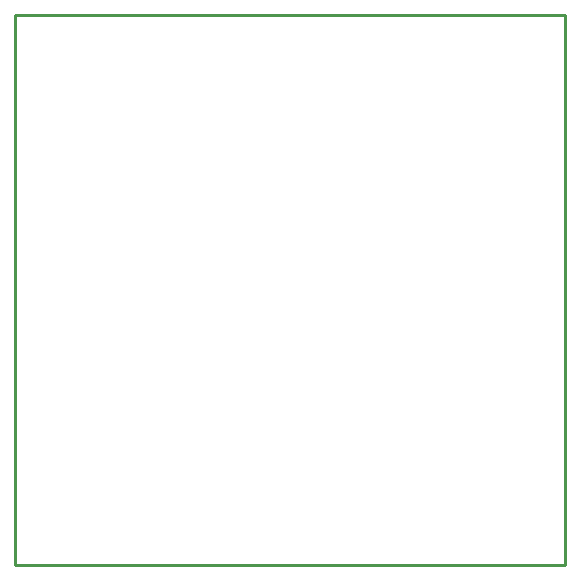
<source format=gko>
G04*
G04 #@! TF.GenerationSoftware,Altium Limited,Altium Designer,19.1.7 (138)*
G04*
G04 Layer_Color=16711935*
%FSLAX25Y25*%
%MOIN*%
G70*
G01*
G75*
%ADD10C,0.01000*%
D10*
X-11811Y171260D02*
X171260D01*
X-11811D02*
X-11811Y-11811D01*
X171260D02*
Y171260D01*
X-11811Y-11811D02*
X171260D01*
M02*

</source>
